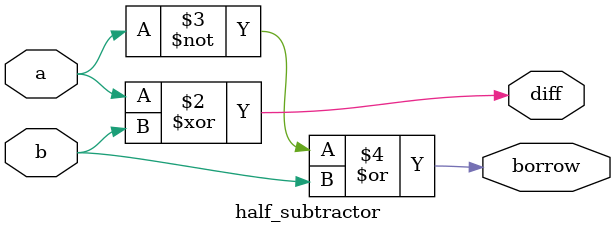
<source format=v>
module half_subtractor ( input a,b, output reg diff, borrow);
  always@(*)
    begin
      diff = a ^ b;
      borrow = ~a | b;
    end
endmodule
</source>
